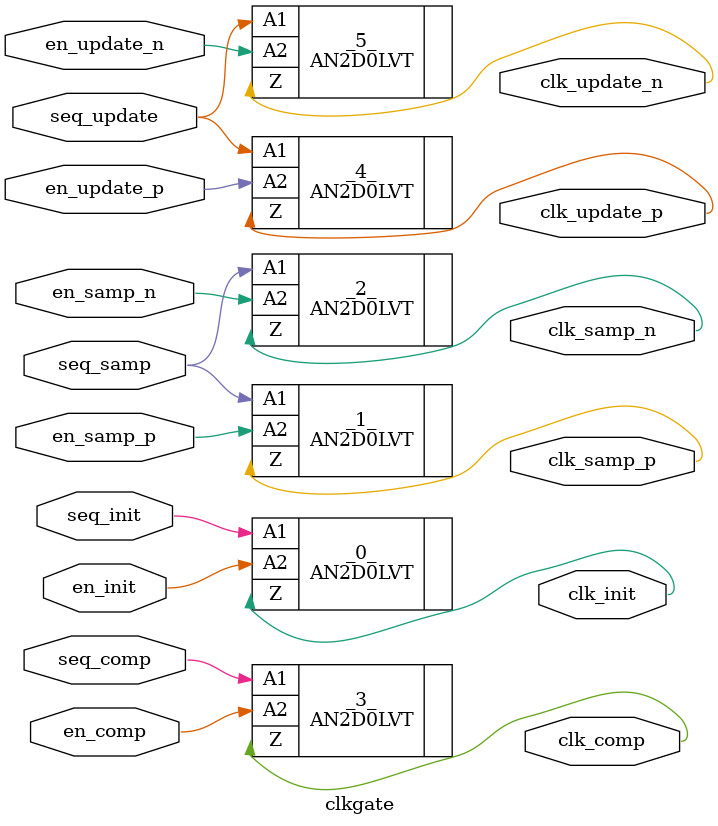
<source format=v>
/* Generated by Yosys 0.55+115 (git sha1 8f6d7a304, clang++ 18.1.8 -fPIC -O3) */

module \$paramod\capdriver\Ndac=s32'00000000000000000000000000010000 (dac_state, dac_drive_invert, dac_drive);
  output [15:0] dac_drive;
  wire [15:0] dac_drive;
  input dac_drive_invert;
  wire dac_drive_invert;
  input [15:0] dac_state;
  wire [15:0] dac_state;
  CKXOR2D0LVT _00_ (
    .A1(dac_state[0]),
    .A2(dac_drive_invert),
    .Z(dac_drive[0])
  );
  CKXOR2D0LVT _01_ (
    .A1(dac_drive_invert),
    .A2(dac_state[1]),
    .Z(dac_drive[1])
  );
  CKXOR2D0LVT _02_ (
    .A1(dac_drive_invert),
    .A2(dac_state[2]),
    .Z(dac_drive[2])
  );
  CKXOR2D0LVT _03_ (
    .A1(dac_drive_invert),
    .A2(dac_state[3]),
    .Z(dac_drive[3])
  );
  CKXOR2D0LVT _04_ (
    .A1(dac_drive_invert),
    .A2(dac_state[4]),
    .Z(dac_drive[4])
  );
  CKXOR2D0LVT _05_ (
    .A1(dac_drive_invert),
    .A2(dac_state[5]),
    .Z(dac_drive[5])
  );
  CKXOR2D0LVT _06_ (
    .A1(dac_drive_invert),
    .A2(dac_state[6]),
    .Z(dac_drive[6])
  );
  CKXOR2D0LVT _07_ (
    .A1(dac_drive_invert),
    .A2(dac_state[7]),
    .Z(dac_drive[7])
  );
  CKXOR2D0LVT _08_ (
    .A1(dac_drive_invert),
    .A2(dac_state[8]),
    .Z(dac_drive[8])
  );
  CKXOR2D0LVT _09_ (
    .A1(dac_drive_invert),
    .A2(dac_state[9]),
    .Z(dac_drive[9])
  );
  CKXOR2D0LVT _10_ (
    .A1(dac_drive_invert),
    .A2(dac_state[10]),
    .Z(dac_drive[10])
  );
  CKXOR2D0LVT _11_ (
    .A1(dac_drive_invert),
    .A2(dac_state[11]),
    .Z(dac_drive[11])
  );
  CKXOR2D0LVT _12_ (
    .A1(dac_drive_invert),
    .A2(dac_state[12]),
    .Z(dac_drive[12])
  );
  CKXOR2D0LVT _13_ (
    .A1(dac_drive_invert),
    .A2(dac_state[13]),
    .Z(dac_drive[13])
  );
  CKXOR2D0LVT _14_ (
    .A1(dac_drive_invert),
    .A2(dac_state[14]),
    .Z(dac_drive[14])
  );
  CKXOR2D0LVT _15_ (
    .A1(dac_drive_invert),
    .A2(dac_state[15]),
    .Z(dac_drive[15])
  );
endmodule

module \$paramod\salogic\Ndac=s32'00000000000000000000000000010000 (clk_init, clk_update, dac_astate, dac_bstate, dac_mode, comp, dac_state);
  wire _00_;
  wire _01_;
  wire _02_;
  wire _03_;
  wire _04_;
  wire _05_;
  wire _06_;
  wire _07_;
  wire _08_;
  wire _09_;
  wire _10_;
  wire _11_;
  wire _12_;
  wire _13_;
  wire _14_;
  wire _15_;
  wire _16_;
  wire _17_;
  input clk_init;
  wire clk_init;
  input clk_update;
  wire clk_update;
  input comp;
  wire comp;
  input [15:0] dac_astate;
  wire [15:0] dac_astate;
  input [15:0] dac_bstate;
  wire [15:0] dac_bstate;
  wire [15:0] dac_cycle;
  input dac_mode;
  wire dac_mode;
  output [15:0] dac_state;
  wire [15:0] dac_state;
  CKND0LVT _18_ (
    .I(clk_init),
    .ZN(_01_)
  );
  NR2D0LVT _19_ (
    .A1(clk_init),
    .A2(dac_mode),
    .ZN(_00_)
  );
  INR2D0LVT _20_ (
    .A1(dac_bstate[0]),
    .B1(dac_mode),
    .ZN(_02_)
  );
  INR2D0LVT _21_ (
    .A1(dac_bstate[1]),
    .B1(dac_mode),
    .ZN(_09_)
  );
  INR2D0LVT _22_ (
    .A1(dac_bstate[2]),
    .B1(dac_mode),
    .ZN(_10_)
  );
  INR2D0LVT _23_ (
    .A1(dac_bstate[3]),
    .B1(dac_mode),
    .ZN(_11_)
  );
  INR2D0LVT _24_ (
    .A1(dac_bstate[4]),
    .B1(dac_mode),
    .ZN(_12_)
  );
  INR2D0LVT _25_ (
    .A1(dac_bstate[5]),
    .B1(dac_mode),
    .ZN(_13_)
  );
  INR2D0LVT _26_ (
    .A1(dac_bstate[6]),
    .B1(dac_mode),
    .ZN(_14_)
  );
  INR2D0LVT _27_ (
    .A1(dac_bstate[7]),
    .B1(dac_mode),
    .ZN(_15_)
  );
  INR2D0LVT _28_ (
    .A1(dac_bstate[8]),
    .B1(dac_mode),
    .ZN(_16_)
  );
  INR2D0LVT _29_ (
    .A1(dac_bstate[9]),
    .B1(dac_mode),
    .ZN(_17_)
  );
  INR2D0LVT _30_ (
    .A1(dac_bstate[10]),
    .B1(dac_mode),
    .ZN(_03_)
  );
  INR2D0LVT _31_ (
    .A1(dac_bstate[11]),
    .B1(dac_mode),
    .ZN(_04_)
  );
  INR2D0LVT _32_ (
    .A1(dac_bstate[12]),
    .B1(dac_mode),
    .ZN(_05_)
  );
  INR2D0LVT _33_ (
    .A1(dac_bstate[13]),
    .B1(dac_mode),
    .ZN(_06_)
  );
  INR2D0LVT _34_ (
    .A1(dac_bstate[14]),
    .B1(dac_mode),
    .ZN(_07_)
  );
  MUX2D0LVT _35_ (
    .I0(dac_bstate[15]),
    .I1(comp),
    .S(dac_mode),
    .Z(_08_)
  );
  DFQD1LVT _36_ (
    .CP(clk_init),
    .D(dac_astate[0]),
    .Q(dac_state[0])
  );
  DFQD1LVT _37_ (
    .CP(clk_init),
    .D(dac_astate[1]),
    .Q(dac_state[1])
  );
  DFQD1LVT _38_ (
    .CP(clk_init),
    .D(dac_astate[2]),
    .Q(dac_state[2])
  );
  DFQD1LVT _39_ (
    .CP(clk_init),
    .D(dac_astate[3]),
    .Q(dac_state[3])
  );
  DFQD1LVT _40_ (
    .CP(clk_init),
    .D(dac_astate[4]),
    .Q(dac_state[4])
  );
  DFQD1LVT _41_ (
    .CP(clk_init),
    .D(dac_astate[5]),
    .Q(dac_state[5])
  );
  DFQD1LVT _42_ (
    .CP(clk_init),
    .D(dac_astate[6]),
    .Q(dac_state[6])
  );
  DFQD1LVT _43_ (
    .CP(clk_init),
    .D(dac_astate[7]),
    .Q(dac_state[7])
  );
  DFQD1LVT _44_ (
    .CP(clk_init),
    .D(dac_astate[8]),
    .Q(dac_state[8])
  );
  DFQD1LVT _45_ (
    .CP(clk_init),
    .D(dac_astate[9]),
    .Q(dac_state[9])
  );
  DFQD1LVT _46_ (
    .CP(clk_init),
    .D(dac_astate[10]),
    .Q(dac_state[10])
  );
  DFQD1LVT _47_ (
    .CP(clk_init),
    .D(dac_astate[11]),
    .Q(dac_state[11])
  );
  DFQD1LVT _48_ (
    .CP(clk_init),
    .D(dac_astate[12]),
    .Q(dac_state[12])
  );
  DFQD1LVT _49_ (
    .CP(clk_init),
    .D(dac_astate[13]),
    .Q(dac_state[13])
  );
  DFQD1LVT _50_ (
    .CP(clk_init),
    .D(dac_astate[14]),
    .Q(dac_state[14])
  );
  DFQD1LVT _51_ (
    .CP(clk_init),
    .D(dac_astate[15]),
    .Q(dac_state[15])
  );
  EDFQD1LVT _52_ (
    .CP(clk_update),
    .D(_08_),
    .E(_01_),
    .Q(dac_state[15])
  );
  EDFQD1LVT _53_ (
    .CP(clk_update),
    .D(_02_),
    .E(_00_),
    .Q(dac_state[0])
  );
  EDFQD1LVT _54_ (
    .CP(clk_update),
    .D(_07_),
    .E(_00_),
    .Q(dac_state[14])
  );
  EDFQD1LVT _55_ (
    .CP(clk_update),
    .D(_06_),
    .E(_00_),
    .Q(dac_state[13])
  );
  EDFQD1LVT _56_ (
    .CP(clk_update),
    .D(_05_),
    .E(_00_),
    .Q(dac_state[12])
  );
  EDFQD1LVT _57_ (
    .CP(clk_update),
    .D(_04_),
    .E(_00_),
    .Q(dac_state[11])
  );
  EDFQD1LVT _58_ (
    .CP(clk_update),
    .D(_03_),
    .E(_00_),
    .Q(dac_state[10])
  );
  EDFQD1LVT _59_ (
    .CP(clk_update),
    .D(_17_),
    .E(_00_),
    .Q(dac_state[9])
  );
  EDFQD1LVT _60_ (
    .CP(clk_update),
    .D(_16_),
    .E(_00_),
    .Q(dac_state[8])
  );
  EDFQD1LVT _61_ (
    .CP(clk_update),
    .D(_15_),
    .E(_00_),
    .Q(dac_state[7])
  );
  EDFQD1LVT _62_ (
    .CP(clk_update),
    .D(_14_),
    .E(_00_),
    .Q(dac_state[6])
  );
  EDFQD1LVT _63_ (
    .CP(clk_update),
    .D(_13_),
    .E(_00_),
    .Q(dac_state[5])
  );
  EDFQD1LVT _64_ (
    .CP(clk_update),
    .D(_12_),
    .E(_00_),
    .Q(dac_state[4])
  );
  EDFQD1LVT _65_ (
    .CP(clk_update),
    .D(_11_),
    .E(_00_),
    .Q(dac_state[3])
  );
  EDFQD1LVT _66_ (
    .CP(clk_update),
    .D(_10_),
    .E(_00_),
    .Q(dac_state[2])
  );
  EDFQD1LVT _67_ (
    .CP(clk_update),
    .D(_09_),
    .E(_00_),
    .Q(dac_state[1])
  );
  assign dac_cycle = 16'h8000;
endmodule

module adc(seq_init, seq_samp, seq_comp, seq_update, en_init, en_samp_p, en_samp_n, en_comp, en_update_p, en_update_n, dac_mode_p, dac_astate_p, dac_bstate_p, dac_mode_n, dac_astate_n, dac_bstate_n, dac_diffcaps, vin_p, vin_n, rst, comp_out
);
  wire clk_comp;
  wire clk_init;
  wire clk_samp_n;
  wire clk_samp_p;
  wire clk_update_n;
  wire clk_update_p;
  output comp_out;
  wire comp_out;
  wire comp_out_n;
  wire comp_out_p;
  input [15:0] dac_astate_n;
  wire [15:0] dac_astate_n;
  input [15:0] dac_astate_p;
  wire [15:0] dac_astate_p;
  input [15:0] dac_bstate_n;
  wire [15:0] dac_bstate_n;
  input [15:0] dac_bstate_p;
  wire [15:0] dac_bstate_p;
  wire [15:0] dac_cap_botplate_n;
  wire [15:0] dac_cap_botplate_p;
  input dac_diffcaps;
  wire dac_diffcaps;
  input dac_mode_n;
  wire dac_mode_n;
  input dac_mode_p;
  wire dac_mode_p;
  wire [15:0] dac_state_n;
  wire [15:0] dac_state_p;
  input en_comp;
  wire en_comp;
  input en_init;
  wire en_init;
  input en_samp_n;
  wire en_samp_n;
  input en_samp_p;
  wire en_samp_p;
  input en_update_n;
  wire en_update_n;
  input en_update_p;
  wire en_update_p;
  input rst;
  wire rst;
  input seq_comp;
  wire seq_comp;
  input seq_init;
  wire seq_init;
  input seq_samp;
  wire seq_samp;
  input seq_update;
  wire seq_update;
  wire vdac_n;
  wire vdac_p;
  inout vin_n;
  wire vin_n;
  inout vin_p;
  wire vin_p;
  caparray #(
    .Ndac(32'sd16)
  ) caparray_n (
    .cap_botplate(dac_cap_botplate_n),
    .cap_topplate(vdac_n)
  );
  caparray #(
    .Ndac(32'sd16)
  ) caparray_p (
    .cap_botplate(dac_cap_botplate_p),
    .cap_topplate(vdac_p)
  );
  \$paramod\capdriver\Ndac=s32'00000000000000000000000000010000  capdriver_n (
    .dac_drive(dac_cap_botplate_n),
    .dac_drive_invert(1'h0),
    .dac_state(dac_state_n)
  );
  \$paramod\capdriver\Ndac=s32'00000000000000000000000000010000  capdriver_p (
    .dac_drive(dac_cap_botplate_p),
    .dac_drive_invert(1'h0),
    .dac_state(dac_state_p)
  );
  clkgate clkgate_inst (
    .clk_comp(clk_comp),
    .clk_init(clk_init),
    .clk_samp_n(clk_samp_n),
    .clk_samp_p(clk_samp_p),
    .clk_update_n(clk_update_n),
    .clk_update_p(clk_update_p),
    .en_comp(en_comp),
    .en_init(en_init),
    .en_samp_n(en_samp_n),
    .en_samp_p(en_samp_p),
    .en_update_n(en_update_n),
    .en_update_p(en_update_p),
    .seq_comp(seq_comp),
    .seq_init(seq_init),
    .seq_samp(seq_samp),
    .seq_update(seq_update)
  );
  comp comp (
    .clk(clk_comp),
    .vin_n(vdac_n),
    .vin_p(vdac_p),
    .vout_n(comp_out_n),
    .vout_p(comp_out_p)
  );
  \$paramod\salogic\Ndac=s32'00000000000000000000000000010000  salogic_n (
    .clk_init(clk_init),
    .clk_update(clk_update_n),
    .comp(comp_out_p),
    .dac_astate(dac_astate_n),
    .dac_bstate(dac_bstate_n),
    .dac_mode(dac_mode_n),
    .dac_state(dac_state_n)
  );
  \$paramod\salogic\Ndac=s32'00000000000000000000000000010000  salogic_p (
    .clk_init(clk_init),
    .clk_update(clk_update_p),
    .comp(comp_out_n),
    .dac_astate(dac_astate_p),
    .dac_bstate(dac_bstate_p),
    .dac_mode(dac_mode_p),
    .dac_state(dac_state_p)
  );
  sampswitch samp_n (
    .clk(clk_samp_n),
    .vin(vin_n),
    .vout(vdac_n)
  );
  sampswitch samp_p (
    .clk(clk_samp_p),
    .vin(vin_p),
    .vout(vdac_p)
  );
  assign comp_out = comp_out_p;
endmodule

module clkgate(seq_init, seq_samp, seq_comp, seq_update, en_init, en_samp_p, en_samp_n, en_comp, en_update_p, en_update_n, clk_init, clk_samp_p, clk_samp_n, clk_comp, clk_update_p, clk_update_n);
  output clk_comp;
  wire clk_comp;
  output clk_init;
  wire clk_init;
  output clk_samp_n;
  wire clk_samp_n;
  output clk_samp_p;
  wire clk_samp_p;
  output clk_update_n;
  wire clk_update_n;
  output clk_update_p;
  wire clk_update_p;
  input en_comp;
  wire en_comp;
  input en_init;
  wire en_init;
  input en_samp_n;
  wire en_samp_n;
  input en_samp_p;
  wire en_samp_p;
  input en_update_n;
  wire en_update_n;
  input en_update_p;
  wire en_update_p;
  input seq_comp;
  wire seq_comp;
  input seq_init;
  wire seq_init;
  input seq_samp;
  wire seq_samp;
  input seq_update;
  wire seq_update;
  AN2D0LVT _0_ (
    .A1(seq_init),
    .A2(en_init),
    .Z(clk_init)
  );
  AN2D0LVT _1_ (
    .A1(seq_samp),
    .A2(en_samp_p),
    .Z(clk_samp_p)
  );
  AN2D0LVT _2_ (
    .A1(seq_samp),
    .A2(en_samp_n),
    .Z(clk_samp_n)
  );
  AN2D0LVT _3_ (
    .A1(seq_comp),
    .A2(en_comp),
    .Z(clk_comp)
  );
  AN2D0LVT _4_ (
    .A1(seq_update),
    .A2(en_update_p),
    .Z(clk_update_p)
  );
  AN2D0LVT _5_ (
    .A1(seq_update),
    .A2(en_update_n),
    .Z(clk_update_n)
  );
endmodule

</source>
